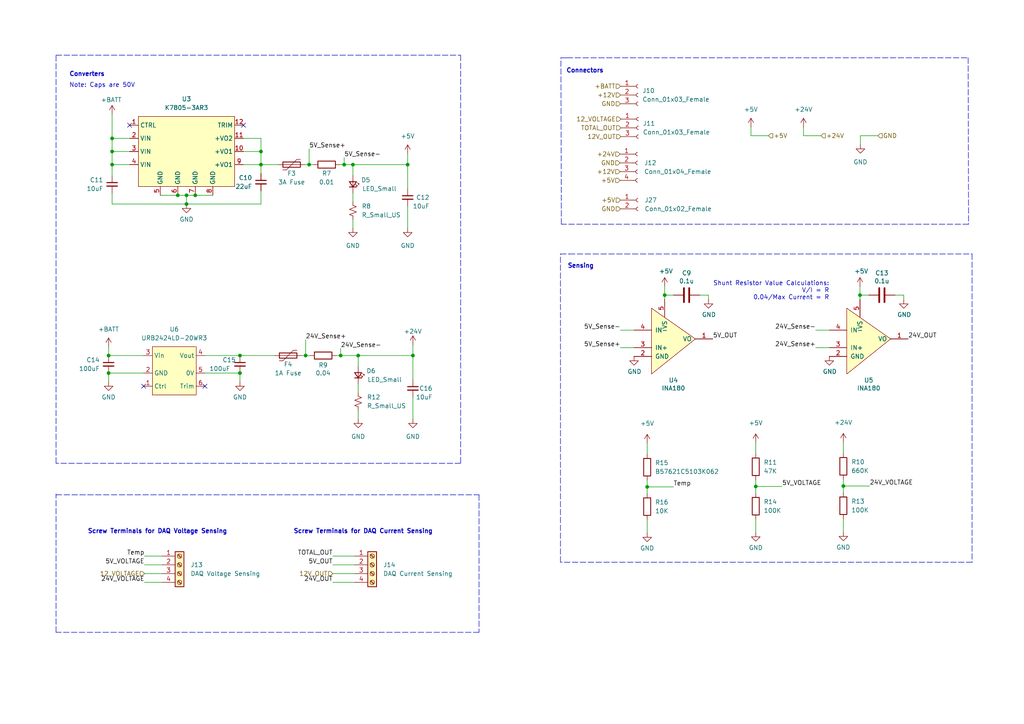
<source format=kicad_sch>
(kicad_sch (version 20211123) (generator eeschema)
  (paper "A4")
  (lib_symbols
    (symbol "AP63203WU_1"
      (property "Reference" "U1" (at 0 8.89 0))
      (property "Value" "K7805-3AR3" (at 0 6.35 0))
      (symbol "AP63203WU_1_0_1"
        (rectangle (start -13.97 3.81) (end 13.97 -16.51) (fill (type background)))
      )
      (symbol "AP63203WU_1_1_1"
        (pin input line (at -16.51 1.27 0) (length 2.54) (name "CTRL") (number "1"))
        (pin output line (at 16.51 -6.35 180) (length 2.54) (name "+VO1") (number "10"))
        (pin passive line (at 16.51 -2.54 180) (length 2.54) (name "+VO2") (number "11"))
        (pin input line (at 16.51 1.27 180) (length 2.54) (name "TRIM") (number "12"))
        (pin power_in line (at -16.51 -2.54 0) (length 2.54) (name "VIN") (number "2"))
        (pin power_in line (at -16.51 -6.35 0) (length 2.54) (name "VIN") (number "3"))
        (pin power_in line (at -16.51 -10.16 0) (length 2.54) (name "VIN") (number "4"))
        (pin power_in line (at -7.62 -19.05 90) (length 2.54) (name "GND") (number "5"))
        (pin power_in line (at -2.54 -19.05 90) (length 2.54) (name "GND") (number "6"))
        (pin power_in line (at 2.54 -19.05 90) (length 2.54) (name "GND") (number "7"))
        (pin power_in line (at 7.62 -19.05 90) (length 2.54) (name "GND") (number "8"))
        (pin output line (at 16.51 -10.16 180) (length 2.54) (name "+VO1") (number "9"))
      )
    )
    (symbol "Connector:Conn_01x02_Female" (pin_names (offset 1.016) hide)
      (property "Reference" "J" (at 0 2.54 0))
      (property "Value" "Conn_01x02_Female" (at 0 -5.08 0))
      (symbol "Conn_01x02_Female_1_1"
        (arc (start 0 -2.032) (mid -0.508 -2.54) (end 0 -3.048) (stroke (width 0.1524)))
        (polyline (pts (xy -1.27 -2.54) (xy -0.508 -2.54)) (stroke (width 0.1524)))
        (polyline (pts (xy -1.27 0) (xy -0.508 0)) (stroke (width 0.1524)))
        (arc (start 0 0.508) (mid -0.508 0) (end 0 -0.508) (stroke (width 0.1524)))
        (pin passive line (at -5.08 0 0) (length 3.81) (name "Pin_1") (number "1"))
        (pin passive line (at -5.08 -2.54 0) (length 3.81) (name "Pin_2") (number "2"))
      )
    )
    (symbol "Connector:Conn_01x03_Female" (pin_names (offset 1.016) hide)
      (property "Reference" "J" (at 0 5.08 0))
      (property "Value" "Conn_01x03_Female" (at 0 -5.08 0))
      (symbol "Conn_01x03_Female_1_1"
        (arc (start 0 -2.032) (mid -0.508 -2.54) (end 0 -3.048) (stroke (width 0.1524)))
        (polyline (pts (xy -1.27 -2.54) (xy -0.508 -2.54)) (stroke (width 0.1524)))
        (polyline (pts (xy -1.27 0) (xy -0.508 0)) (stroke (width 0.1524)))
        (polyline (pts (xy -1.27 2.54) (xy -0.508 2.54)) (stroke (width 0.1524)))
        (arc (start 0 0.508) (mid -0.508 0) (end 0 -0.508) (stroke (width 0.1524)))
        (arc (start 0 3.048) (mid -0.508 2.54) (end 0 2.032) (stroke (width 0.1524)))
        (pin passive line (at -5.08 2.54 0) (length 3.81) (name "Pin_1") (number "1"))
        (pin passive line (at -5.08 0 0) (length 3.81) (name "Pin_2") (number "2"))
        (pin passive line (at -5.08 -2.54 0) (length 3.81) (name "Pin_3") (number "3"))
      )
    )
    (symbol "Connector:Conn_01x04_Female" (pin_names (offset 1.016) hide)
      (property "Reference" "J" (at 0 5.08 0))
      (property "Value" "Conn_01x04_Female" (at 0 -7.62 0))
      (symbol "Conn_01x04_Female_1_1"
        (arc (start 0 -4.572) (mid -0.508 -5.08) (end 0 -5.588) (stroke (width 0.1524)))
        (arc (start 0 -2.032) (mid -0.508 -2.54) (end 0 -3.048) (stroke (width 0.1524)))
        (polyline (pts (xy -1.27 -5.08) (xy -0.508 -5.08)) (stroke (width 0.1524)))
        (polyline (pts (xy -1.27 -2.54) (xy -0.508 -2.54)) (stroke (width 0.1524)))
        (polyline (pts (xy -1.27 0) (xy -0.508 0)) (stroke (width 0.1524)))
        (polyline (pts (xy -1.27 2.54) (xy -0.508 2.54)) (stroke (width 0.1524)))
        (arc (start 0 0.508) (mid -0.508 0) (end 0 -0.508) (stroke (width 0.1524)))
        (arc (start 0 3.048) (mid -0.508 2.54) (end 0 2.032) (stroke (width 0.1524)))
        (pin passive line (at -5.08 2.54 0) (length 3.81) (name "Pin_1") (number "1"))
        (pin passive line (at -5.08 0 0) (length 3.81) (name "Pin_2") (number "2"))
        (pin passive line (at -5.08 -2.54 0) (length 3.81) (name "Pin_3") (number "3"))
        (pin passive line (at -5.08 -5.08 0) (length 3.81) (name "Pin_4") (number "4"))
      )
    )
    (symbol "Connector:Screw_Terminal_01x04" (pin_names (offset 1.016) hide)
      (property "Reference" "J" (at 0 5.08 0))
      (property "Value" "Screw_Terminal_01x04" (at 0 -7.62 0))
      (symbol "Screw_Terminal_01x04_1_1"
        (rectangle (start -1.27 3.81) (end 1.27 -6.35) (stroke (width 0.254)) (fill (type background)))
        (circle (center 0 -5.08) (radius 0.635) (stroke (width 0.1524)))
        (circle (center 0 -2.54) (radius 0.635) (stroke (width 0.1524)))
        (polyline (pts (xy -0.5334 -4.7498) (xy 0.3302 -5.588)) (stroke (width 0.1524)))
        (polyline (pts (xy -0.5334 -2.2098) (xy 0.3302 -3.048)) (stroke (width 0.1524)))
        (polyline (pts (xy -0.5334 0.3302) (xy 0.3302 -0.508)) (stroke (width 0.1524)))
        (polyline (pts (xy -0.5334 2.8702) (xy 0.3302 2.032)) (stroke (width 0.1524)))
        (polyline (pts (xy -0.3556 -4.572) (xy 0.508 -5.4102)) (stroke (width 0.1524)))
        (polyline (pts (xy -0.3556 -2.032) (xy 0.508 -2.8702)) (stroke (width 0.1524)))
        (polyline (pts (xy -0.3556 0.508) (xy 0.508 -0.3302)) (stroke (width 0.1524)))
        (polyline (pts (xy -0.3556 3.048) (xy 0.508 2.2098)) (stroke (width 0.1524)))
        (circle (center 0 0) (radius 0.635) (stroke (width 0.1524)))
        (circle (center 0 2.54) (radius 0.635) (stroke (width 0.1524)))
        (pin passive line (at -5.08 2.54 0) (length 3.81) (name "Pin_1") (number "1"))
        (pin passive line (at -5.08 0 0) (length 3.81) (name "Pin_2") (number "2"))
        (pin passive line (at -5.08 -2.54 0) (length 3.81) (name "Pin_3") (number "3"))
        (pin passive line (at -5.08 -5.08 0) (length 3.81) (name "Pin_4") (number "4"))
      )
    )
    (symbol "Device:C" (pin_numbers hide) (pin_names (offset 0.254))
      (property "Reference" "C" (at 0.635 2.54 0))
      (property "Value" "C" (at 0.635 -2.54 0))
      (symbol "C_0_1"
        (polyline (pts (xy -2.032 -0.762) (xy 2.032 -0.762)) (stroke (width 0.508)))
        (polyline (pts (xy -2.032 0.762) (xy 2.032 0.762)) (stroke (width 0.508)))
      )
      (symbol "C_1_1"
        (pin passive line (at 0 3.81 270) (length 2.794) (name "~") (number "1"))
        (pin passive line (at 0 -3.81 90) (length 2.794) (name "~") (number "2"))
      )
    )
    (symbol "Device:C_Small" (pin_numbers hide) (pin_names (offset 0.254) hide)
      (property "Reference" "C" (at 0.254 1.778 0))
      (property "Value" "C_Small" (at 0.254 -2.032 0))
      (symbol "C_Small_0_1"
        (polyline (pts (xy -1.524 -0.508) (xy 1.524 -0.508)) (stroke (width 0.3302)))
        (polyline (pts (xy -1.524 0.508) (xy 1.524 0.508)) (stroke (width 0.3048)))
      )
      (symbol "C_Small_1_1"
        (pin passive line (at 0 2.54 270) (length 2.032) (name "~") (number "1"))
        (pin passive line (at 0 -2.54 90) (length 2.032) (name "~") (number "2"))
      )
    )
    (symbol "Device:LED_Small" (pin_numbers hide) (pin_names (offset 0.254) hide)
      (property "Reference" "D" (at -1.27 3.175 0))
      (property "Value" "LED_Small" (at -4.445 -2.54 0))
      (symbol "LED_Small_0_1"
        (polyline (pts (xy -0.762 -1.016) (xy -0.762 1.016)) (stroke (width 0.254)))
        (polyline (pts (xy 1.016 0) (xy -0.762 0)))
        (polyline (pts (xy 0.762 -1.016) (xy -0.762 0) (xy 0.762 1.016) (xy 0.762 -1.016)) (stroke (width 0.254)))
        (polyline (pts (xy 0 0.762) (xy -0.508 1.27) (xy -0.254 1.27) (xy -0.508 1.27) (xy -0.508 1.016)))
        (polyline (pts (xy 0.508 1.27) (xy 0 1.778) (xy 0.254 1.778) (xy 0 1.778) (xy 0 1.524)))
      )
      (symbol "LED_Small_1_1"
        (pin passive line (at -2.54 0 0) (length 1.778) (name "K") (number "1"))
        (pin passive line (at 2.54 0 180) (length 1.778) (name "A") (number "2"))
      )
    )
    (symbol "Device:Polyfuse" (pin_numbers hide) (pin_names (offset 0))
      (property "Reference" "F" (at -2.54 0 90))
      (property "Value" "Polyfuse" (at 2.54 0 90))
      (symbol "Polyfuse_0_1"
        (rectangle (start -0.762 2.54) (end 0.762 -2.54) (stroke (width 0.254)))
        (polyline (pts (xy 0 2.54) (xy 0 -2.54)))
        (polyline (pts (xy -1.524 2.54) (xy -1.524 1.524) (xy 1.524 -1.524) (xy 1.524 -2.54)))
      )
      (symbol "Polyfuse_1_1"
        (pin passive line (at 0 3.81 270) (length 1.27) (name "~") (number "1"))
        (pin passive line (at 0 -3.81 90) (length 1.27) (name "~") (number "2"))
      )
    )
    (symbol "Device:R" (pin_numbers hide) (pin_names (offset 0))
      (property "Reference" "R" (at 2.032 0 90))
      (property "Value" "R" (at 0 0 90))
      (symbol "R_0_1"
        (rectangle (start -1.016 -2.54) (end 1.016 2.54) (stroke (width 0.254)))
      )
      (symbol "R_1_1"
        (pin passive line (at 0 3.81 270) (length 1.27) (name "~") (number "1"))
        (pin passive line (at 0 -3.81 90) (length 1.27) (name "~") (number "2"))
      )
    )
    (symbol "Device:R_Small_US" (pin_numbers hide) (pin_names (offset 0.254) hide)
      (property "Reference" "R" (at 0.762 0.508 0))
      (property "Value" "R_Small_US" (at 0.762 -1.016 0))
      (symbol "R_Small_US_1_1"
        (polyline (pts (xy 0 0) (xy 1.016 -0.381) (xy 0 -0.762) (xy -1.016 -1.143) (xy 0 -1.524)))
        (polyline (pts (xy 0 1.524) (xy 1.016 1.143) (xy 0 0.762) (xy -1.016 0.381) (xy 0 0)))
        (pin passive line (at 0 2.54 270) (length 1.016) (name "~") (number "1"))
        (pin passive line (at 0 -2.54 90) (length 1.016) (name "~") (number "2"))
      )
    )
    (symbol "GSP:URB2424LD-30WR3"
      (property "Reference" "U2" (at 0 11.43 0))
      (property "Value" "URB2424LD-20WR3" (at 0 8.89 0))
      (symbol "URB2424LD-30WR3_0_1"
        (rectangle (start -6.35 6.35) (end 6.35 -7.62) (fill (type background)))
      )
      (symbol "URB2424LD-30WR3_1_1"
        (pin power_in line (at -8.89 -5.08 0) (length 2.54) (name "Ctrl") (number "1"))
        (pin power_in line (at -8.89 -1.27 0) (length 2.54) (name "GND") (number "2"))
        (pin power_in line (at -8.89 3.81 0) (length 2.54) (name "Vin") (number "3"))
        (pin power_out line (at 8.89 3.81 180) (length 2.54) (name "Vout") (number "4"))
        (pin power_out line (at 8.89 -1.27 180) (length 2.54) (name "0V") (number "5"))
        (pin power_out line (at 8.89 -5.08 180) (length 2.54) (name "Trim") (number "6"))
      )
    )
    (symbol "canhw:INA180" (pin_names (offset 1.016))
      (property "Reference" "U" (at -5.08 13.97 0))
      (property "Value" "INA180" (at -11.43 15.24 0))
      (symbol "INA180_0_1"
        (polyline (pts (xy 5.08 0) (xy -7.62 8.89)))
        (polyline (pts (xy -7.62 8.89) (xy -7.62 -10.16) (xy 5.08 0)) (fill (type background)))
      )
      (symbol "INA180_1_1"
        (pin output line (at 10.16 0 180) (length 5.08) (name "VO") (number "1"))
        (pin power_in line (at -12.7 -5.08 0) (length 5.08) (name "GND") (number "2"))
        (pin input line (at -12.7 -2.54 0) (length 5.08) (name "IN+") (number "3"))
        (pin input line (at -12.7 2.54 0) (length 5.08) (name "IN-") (number "4"))
        (pin power_in line (at -3.81 11.43 270) (length 5.08) (name "VS") (number "5"))
      )
    )
    (symbol "power:+24V" (power) (pin_names (offset 0))
      (property "Value" "+24V" (at 0 3.556 0))
      (symbol "+24V_0_1"
        (polyline (pts (xy -0.762 1.27) (xy 0 2.54)))
        (polyline (pts (xy 0 0) (xy 0 2.54)))
        (polyline (pts (xy 0 2.54) (xy 0.762 1.27)))
      )
      (symbol "+24V_1_1"
        (pin power_in line (at 0 0 90) (length 0) hide (name "+24V") (number "1"))
      )
    )
    (symbol "power:+5V" (power) (pin_names (offset 0))
      (property "Value" "+5V" (at 0 3.556 0))
      (symbol "+5V_0_1"
        (polyline (pts (xy -0.762 1.27) (xy 0 2.54)))
        (polyline (pts (xy 0 0) (xy 0 2.54)))
        (polyline (pts (xy 0 2.54) (xy 0.762 1.27)))
      )
      (symbol "+5V_1_1"
        (pin power_in line (at 0 0 90) (length 0) hide (name "+5V") (number "1"))
      )
    )
    (symbol "power:+BATT" (power) (pin_names (offset 0))
      (property "Value" "+BATT" (at 0 3.556 0))
      (symbol "+BATT_0_1"
        (polyline (pts (xy -0.762 1.27) (xy 0 2.54)))
        (polyline (pts (xy 0 0) (xy 0 2.54)))
        (polyline (pts (xy 0 2.54) (xy 0.762 1.27)))
      )
      (symbol "+BATT_1_1"
        (pin power_in line (at 0 0 90) (length 0) hide (name "+BATT") (number "1"))
      )
    )
    (symbol "power:GND" (power) (pin_names (offset 0))
      (property "Value" "GND" (at 0 -3.81 0))
      (symbol "GND_0_1"
        (polyline (pts (xy 0 0) (xy 0 -1.27) (xy 1.27 -1.27) (xy 0 -2.54) (xy -1.27 -1.27) (xy 0 -1.27)))
      )
      (symbol "GND_1_1"
        (pin power_in line (at 0 0 270) (length 0) hide (name "GND") (number "1"))
      )
    )
  )
  (junction (at 103.886 103.124))
  (junction (at 99.822 47.752))
  (junction (at 32.512 43.942))
  (junction (at 118.237 47.752))
  (junction (at 54.102 59.182))
  (junction (at 32.512 47.752))
  (junction (at 54.102 56.642))
  (junction (at 31.496 108.204))
  (junction (at 69.596 103.124))
  (junction (at 31.496 103.124))
  (junction (at 219.202 141.097))
  (junction (at 249.428 85.598))
  (junction (at 102.362 47.752))
  (junction (at 192.786 85.598))
  (junction (at 98.806 103.124))
  (junction (at 119.761 103.124))
  (junction (at 56.642 56.642))
  (junction (at 88.646 103.124))
  (junction (at 89.662 47.752))
  (junction (at 75.692 43.942))
  (junction (at 244.602 140.97))
  (junction (at 32.512 40.132))
  (junction (at 75.692 47.752))
  (junction (at 51.562 56.642))
  (junction (at 187.706 141.224))
  (junction (at 69.596 108.204))
  (no_connect (at 59.436 112.014))
  (no_connect (at 37.592 36.322))
  (no_connect (at 41.656 112.014))
  (no_connect (at 70.612 36.322))
  (wire (pts (xy 249.555 39.37) (xy 254.635 39.37)))
  (wire (pts (xy 31.496 108.204) (xy 31.496 110.744)))
  (wire (pts (xy 31.496 108.204) (xy 41.656 108.204)))
  (polyline (pts (xy 133.604 16.002) (xy 133.604 134.366)))
  (wire (pts (xy 32.512 33.147) (xy 32.512 40.132)))
  (wire (pts (xy 54.102 56.642) (xy 56.642 56.642)))
  (polyline (pts (xy 16.256 183.388) (xy 16.256 143.256)))
  (wire (pts (xy 179.959 100.838) (xy 183.896 100.838)))
  (wire (pts (xy 46.482 56.642) (xy 51.562 56.642)))
  (wire (pts (xy 244.602 140.97) (xy 244.602 142.875)))
  (wire (pts (xy 236.601 95.758) (xy 240.538 95.758)))
  (wire (pts (xy 217.805 36.83) (xy 217.805 39.37)))
  (wire (pts (xy 259.588 85.598) (xy 262.128 85.598)))
  (wire (pts (xy 32.512 43.942) (xy 37.592 43.942)))
  (wire (pts (xy 119.761 115.189) (xy 119.761 121.539)))
  (wire (pts (xy 37.592 47.752) (xy 32.512 47.752)))
  (wire (pts (xy 51.562 56.642) (xy 54.102 56.642)))
  (wire (pts (xy 88.646 103.124) (xy 89.916 103.124)))
  (wire (pts (xy 41.91 161.29) (xy 46.99 161.29)))
  (wire (pts (xy 59.436 108.204) (xy 69.596 108.204)))
  (wire (pts (xy 75.692 47.752) (xy 75.692 50.292)))
  (wire (pts (xy 192.786 85.598) (xy 195.326 85.598)))
  (wire (pts (xy 32.512 40.132) (xy 37.592 40.132)))
  (wire (pts (xy 59.436 103.124) (xy 69.596 103.124)))
  (wire (pts (xy 75.692 43.942) (xy 75.692 47.752)))
  (wire (pts (xy 179.959 95.758) (xy 183.896 95.758)))
  (wire (pts (xy 56.642 56.642) (xy 61.722 56.642)))
  (polyline (pts (xy 281.94 73.66) (xy 281.94 163.068)))
  (wire (pts (xy 31.496 103.124) (xy 41.656 103.124)))
  (wire (pts (xy 103.886 103.124) (xy 119.761 103.124)))
  (wire (pts (xy 70.612 40.132) (xy 75.692 40.132)))
  (wire (pts (xy 97.536 103.124) (xy 98.806 103.124)))
  (polyline (pts (xy 162.56 163.068) (xy 162.56 73.66)))
  (polyline (pts (xy 281.94 163.068) (xy 162.56 163.068)))
  (wire (pts (xy 187.706 141.224) (xy 195.326 141.224)))
  (wire (pts (xy 99.822 45.72) (xy 99.822 47.752)))
  (wire (pts (xy 249.428 85.598) (xy 249.428 83.058)))
  (wire (pts (xy 102.362 63.627) (xy 102.362 66.167)))
  (wire (pts (xy 88.646 98.552) (xy 88.646 103.124)))
  (wire (pts (xy 119.761 99.949) (xy 119.761 103.124)))
  (wire (pts (xy 89.662 43.18) (xy 89.662 47.752)))
  (polyline (pts (xy 162.687 16.764) (xy 164.465 16.764)))
  (wire (pts (xy 102.362 47.752) (xy 118.237 47.752)))
  (wire (pts (xy 187.706 128.524) (xy 187.706 131.699)))
  (wire (pts (xy 96.52 163.83) (xy 102.87 163.83)))
  (wire (pts (xy 102.87 166.37) (xy 96.52 166.37)))
  (wire (pts (xy 249.428 86.868) (xy 249.428 85.598)))
  (polyline (pts (xy 16.256 143.51) (xy 138.938 143.51)))
  (wire (pts (xy 119.761 103.124) (xy 119.761 110.109)))
  (wire (pts (xy 98.552 47.752) (xy 99.822 47.752)))
  (wire (pts (xy 219.202 128.397) (xy 219.202 131.572)))
  (wire (pts (xy 32.512 43.942) (xy 32.512 47.752)))
  (wire (pts (xy 192.786 85.598) (xy 192.786 83.058)))
  (wire (pts (xy 32.512 59.182) (xy 54.102 59.182)))
  (wire (pts (xy 96.52 161.29) (xy 102.87 161.29)))
  (wire (pts (xy 249.555 41.91) (xy 249.555 39.37)))
  (wire (pts (xy 118.237 47.752) (xy 118.237 54.737)))
  (wire (pts (xy 75.692 47.752) (xy 80.772 47.752)))
  (wire (pts (xy 102.362 50.927) (xy 102.362 47.752)))
  (wire (pts (xy 69.596 108.204) (xy 69.596 110.744)))
  (polyline (pts (xy 16.256 16.002) (xy 133.604 16.002)))
  (wire (pts (xy 219.202 139.192) (xy 219.202 141.097)))
  (wire (pts (xy 244.602 128.27) (xy 244.602 131.445)))
  (wire (pts (xy 41.91 166.37) (xy 46.99 166.37)))
  (wire (pts (xy 187.706 139.319) (xy 187.706 141.224)))
  (wire (pts (xy 70.612 47.752) (xy 75.692 47.752)))
  (wire (pts (xy 75.692 59.182) (xy 75.692 55.372)))
  (wire (pts (xy 87.376 103.124) (xy 88.646 103.124)))
  (polyline (pts (xy 162.56 73.66) (xy 165.1 73.66)))
  (polyline (pts (xy 16.256 134.366) (xy 16.256 15.748)))
  (wire (pts (xy 236.601 100.838) (xy 240.538 100.838)))
  (wire (pts (xy 98.806 101.092) (xy 98.806 103.124)))
  (wire (pts (xy 219.202 141.097) (xy 219.202 143.002)))
  (polyline (pts (xy 280.797 16.764) (xy 280.924 65.024)))
  (wire (pts (xy 98.806 103.124) (xy 103.886 103.124)))
  (wire (pts (xy 219.202 141.097) (xy 226.822 141.097)))
  (wire (pts (xy 32.512 56.007) (xy 32.512 59.182)))
  (wire (pts (xy 244.602 150.495) (xy 244.602 154.305)))
  (wire (pts (xy 118.237 59.817) (xy 118.237 66.167)))
  (wire (pts (xy 233.045 36.83) (xy 233.045 39.37)))
  (wire (pts (xy 244.602 140.97) (xy 252.222 140.97)))
  (wire (pts (xy 202.946 85.598) (xy 205.486 85.598)))
  (wire (pts (xy 103.886 106.299) (xy 103.886 103.124)))
  (polyline (pts (xy 164.465 16.764) (xy 280.797 16.764)))
  (wire (pts (xy 233.045 39.37) (xy 238.125 39.37)))
  (wire (pts (xy 102.362 56.007) (xy 102.362 58.547)))
  (wire (pts (xy 187.706 150.749) (xy 187.706 154.559)))
  (polyline (pts (xy 138.938 183.388) (xy 16.256 183.388)))
  (wire (pts (xy 32.512 47.752) (xy 32.512 50.927)))
  (polyline (pts (xy 133.604 134.366) (xy 16.256 134.366)))
  (wire (pts (xy 41.91 163.83) (xy 46.99 163.83)))
  (wire (pts (xy 187.706 141.224) (xy 187.706 143.129)))
  (wire (pts (xy 54.102 59.182) (xy 54.102 56.642)))
  (polyline (pts (xy 280.924 65.024) (xy 162.814 65.024)))
  (wire (pts (xy 205.486 85.598) (xy 205.486 86.868)))
  (wire (pts (xy 262.128 85.598) (xy 262.128 86.868)))
  (wire (pts (xy 75.692 40.132) (xy 75.692 43.942)))
  (polyline (pts (xy 165.1 73.66) (xy 281.94 73.66)))
  (wire (pts (xy 217.805 39.37) (xy 222.885 39.37)))
  (wire (pts (xy 103.886 111.379) (xy 103.886 113.919)))
  (wire (pts (xy 103.886 118.999) (xy 103.886 121.539)))
  (wire (pts (xy 192.786 86.868) (xy 192.786 85.598)))
  (wire (pts (xy 41.91 168.91) (xy 46.99 168.91)))
  (wire (pts (xy 244.602 139.065) (xy 244.602 140.97)))
  (wire (pts (xy 96.52 168.91) (xy 102.87 168.91)))
  (polyline (pts (xy 138.938 143.51) (xy 138.938 183.388)))
  (wire (pts (xy 70.612 43.942) (xy 75.692 43.942)))
  (wire (pts (xy 249.428 85.598) (xy 251.968 85.598)))
  (wire (pts (xy 89.662 47.752) (xy 90.932 47.752)))
  (wire (pts (xy 69.596 103.124) (xy 79.756 103.124)))
  (polyline (pts (xy 162.814 65.024) (xy 162.687 16.764)))
  (wire (pts (xy 118.237 44.577) (xy 118.237 47.752)))
  (wire (pts (xy 219.202 150.622) (xy 219.202 154.432)))
  (wire (pts (xy 54.102 59.182) (xy 75.692 59.182)))
  (wire (pts (xy 32.512 40.132) (xy 32.512 43.942)))
  (wire (pts (xy 88.392 47.752) (xy 89.662 47.752)))
  (wire (pts (xy 99.822 47.752) (xy 102.362 47.752)))
  (wire (pts (xy 31.496 100.584) (xy 31.496 103.124)))
  (text "Shunt Resistor Value Calculations:\nV/I = R\n0.04/Max Current = R" (at 240.538 87.122 180) (effects (font (size 1.27 1.27)) (justify right bottom)))
  (text "Converters" (at 20.066 22.352 0) (effects (font (size 1.27 1.27) (thickness 0.254) bold) (justify left bottom)))
  (text "Connectors" (at 164.211 21.336 0) (effects (font (size 1.27 1.27) bold) (justify left bottom)))
  (text "Note: Caps are 50V" (at 20.066 25.527 0) (effects (font (size 1.27 1.27)) (justify left bottom)))
  (text "Sensing" (at 164.592 77.978 0) (effects (font (size 1.27 1.27) (thickness 0.254) bold) (justify left bottom)))
  (text "Screw Terminals for DAQ Voltage Sensing" (at 25.4 154.94 0) (effects (font (size 1.27 1.27) (thickness 0.254) bold) (justify left bottom)))
  (text "Screw Terminals for DAQ Current Sensing" (at 85.09 154.94 0) (effects (font (size 1.27 1.27) (thickness 0.254) bold) (justify left bottom)))
  (label "24V_Sense+" (at 236.601 100.838 180))
  (label "24V_Sense+" (at 88.646 98.552 0))
  (label "5V_Sense-" (at 99.822 45.72 0))
  (label "5V_VOLTAGE" (at 226.822 141.097 0))
  (label "5V_OUT" (at 96.52 163.83 180))
  (label "TOTAL_OUT" (at 96.52 161.29 180))
  (label "24V_VOLTAGE" (at 252.222 140.97 0))
  (label "5V_VOLTAGE" (at 41.91 163.83 180))
  (label "5V_Sense-" (at 179.959 95.758 180))
  (label "24V_VOLTAGE" (at 41.91 168.91 180))
  (label "5V_Sense+" (at 179.959 100.838 180))
  (label "24V_Sense-" (at 98.806 101.092 0))
  (label "24V_Sense-" (at 236.601 95.758 180))
  (label "24V_OUT" (at 96.52 168.91 180))
  (label "5V_Sense+" (at 89.662 43.18 0))
  (label "24V_OUT" (at 263.398 98.298 0))
  (label "Temp" (at 41.91 161.29 180))
  (label "Temp" (at 195.326 141.224 0))
  (label "5V_OUT" (at 206.756 98.298 0))
  (hierarchical_label "GND" (shape input) (at 179.832 47.244 180))
  (hierarchical_label "GND" (shape input) (at 179.959 60.579 180))
  (hierarchical_label "+BATT" (shape input) (at 179.959 25.019 180))
  (hierarchical_label "TOTAL_OUT" (shape input) (at 180.086 37.084 180))
  (hierarchical_label "+12V" (shape input) (at 179.959 27.559 180))
  (hierarchical_label "12_VOLTAGE" (shape input) (at 180.086 34.544 180))
  (hierarchical_label "+24V" (shape input) (at 238.125 39.37 0))
  (hierarchical_label "12_VOLTAGE" (shape input) (at 41.91 166.37 180))
  (hierarchical_label "12V_OUT" (shape input) (at 96.52 166.37 180))
  (hierarchical_label "+24V" (shape input) (at 179.832 44.704 180))
  (hierarchical_label "12V_OUT" (shape input) (at 180.086 39.624 180))
  (hierarchical_label "+5V" (shape input) (at 222.885 39.37 0))
  (hierarchical_label "GND" (shape input) (at 179.959 30.099 180))
  (hierarchical_label "+12V" (shape input) (at 179.832 49.784 180))
  (hierarchical_label "+5V" (shape input) (at 179.832 52.324 180))
  (hierarchical_label "+5V" (shape input) (at 179.959 58.039 180))
  (hierarchical_label "GND" (shape input) (at 254.635 39.37 0))
  (symbol (lib_id "power:GND") (at 103.886 121.539 0) (unit 1)
    (property "Reference" "#PWR049" (effects hide))
    (property "Value" "GND" (at 103.886 126.619 0))
  )
  (symbol (lib_id "power:GND") (at 249.555 41.91 0) (mirror y) (unit 1)
    (property "Reference" "#PWR036" (effects hide))
    (property "Value" "GND" (at 249.555 46.99 0))
  )
  (symbol (lib_id "Device:LED_Small") (at 103.886 108.839 270) (mirror x) (unit 1)
    (property "Reference" "D6" (at 108.966 107.569 90) (effects (justify right)))
    (property "Value" "LED_Small" (at 116.586 110.109 90) (effects (justify right)))
    (property "Footprint" "Diode_SMD:D_0805_2012Metric" (effects hide))
  )
  (symbol (lib_id "Device:R") (at 187.706 135.509 0) (unit 1)
    (property "Reference" "R15" (at 189.992 134.2389 0) (effects (justify left)))
    (property "Value" "B57621C5103K062" (at 189.992 136.7789 0) (effects (justify left)))
    (property "Footprint" "Resistor_SMD:R_1206_3216Metric_Pad1.30x1.75mm_HandSolder" (effects hide))
    (property "Datasheet" "https://www.tdk-electronics.tdk.com/inf/50/db/ntc/NTC_SMD_Standard_series_1206.pdf" (effects hide))
  )
  (symbol (lib_id "Device:R") (at 187.706 146.939 0) (unit 1)
    (property "Reference" "R16" (at 189.992 145.6689 0) (effects (justify left)))
    (property "Value" "10K" (at 189.992 148.2089 0) (effects (justify left)))
    (property "Footprint" "Resistor_SMD:R_0402_1005Metric_Pad0.72x0.64mm_HandSolder" (effects hide))
  )
  (symbol (lib_id "power:GND") (at 102.362 66.167 0) (unit 1)
    (property "Reference" "#PWR038" (effects hide))
    (property "Value" "GND" (at 102.362 71.247 0))
  )
  (symbol (lib_id "power:+5V") (at 187.706 128.524 0) (unit 1)
    (property "Reference" "#PWR053" (effects hide))
    (property "Value" "+5V" (at 187.706 122.809 0))
  )
  (symbol (lib_id "Device:C") (at 199.136 85.598 270) (unit 1)
    (property "Reference" "C9" (at 199.136 79.1972 90))
    (property "Value" "0.1u" (at 199.136 81.5086 90))
    (property "Footprint" "Capacitor_SMD:C_0805_2012Metric_Pad1.18x1.45mm_HandSolder" (effects hide))
  )
  (symbol (lib_id "Device:C_Small") (at 119.761 112.649 0) (mirror y) (unit 1)
    (property "Reference" "C16" (at 125.476 112.649 0) (effects (justify left)))
    (property "Value" "10uF" (at 125.476 115.189 0) (effects (justify left)))
    (property "Footprint" "Capacitor_SMD:C_0603_1608Metric_Pad1.08x0.95mm_HandSolder" (effects hide))
  )
  (symbol (lib_id "power:+5V") (at 217.805 36.83 0) (unit 1)
    (property "Reference" "#PWR034" (effects hide))
    (property "Value" "+5V" (at 217.805 31.75 0))
  )
  (symbol (lib_id "power:GND") (at 240.538 103.378 0) (unit 1)
    (property "Reference" "#PWR042" (effects hide))
    (property "Value" "GND" (at 240.665 107.7722 0))
  )
  (symbol (lib_id "Connector:Conn_01x03_Female") (at 185.039 27.559 0) (unit 1)
    (property "Reference" "J10" (at 186.309 26.2889 0) (effects (justify left)))
    (property "Value" "Conn_01x03_Female" (at 186.309 28.8289 0) (effects (justify left)))
    (property "Footprint" "GSP:TB005-762-03BE" (effects hide))
  )
  (symbol (lib_id "Device:LED_Small") (at 102.362 53.467 270) (mirror x) (unit 1)
    (property "Reference" "D5" (at 107.442 52.197 90) (effects (justify right)))
    (property "Value" "LED_Small" (at 115.062 54.737 90) (effects (justify right)))
    (property "Footprint" "Diode_SMD:D_0805_2012Metric" (effects hide))
  )
  (symbol (lib_id "power:+24V") (at 233.045 36.83 0) (unit 1)
    (property "Reference" "#PWR035" (effects hide))
    (property "Value" "+24V" (at 233.045 31.75 0))
  )
  (symbol (lib_id "Device:C_Small") (at 31.496 105.664 0) (mirror y) (unit 1)
    (property "Reference" "C14" (at 28.956 104.394 0) (effects (justify left)))
    (property "Value" "100uF" (at 28.956 106.934 0) (effects (justify left)))
    (property "Footprint" "Capacitor_SMD:C_1206_3216Metric_Pad1.33x1.80mm_HandSolder" (effects hide))
  )
  (symbol (lib_id "power:+5V") (at 192.786 83.058 0) (unit 1)
    (property "Reference" "#PWR029" (effects hide))
    (property "Value" "+5V" (at 193.167 78.6638 0))
  )
  (symbol (lib_id "Device:Polyfuse") (at 83.566 103.124 90) (unit 1)
    (property "Reference" "F4" (at 83.566 105.664 90))
    (property "Value" "1A Fuse" (at 83.566 108.204 90))
    (property "Footprint" "Fuse:Fuse_1206_3216Metric_Pad1.42x1.75mm_HandSolder" (effects hide))
  )
  (symbol (lib_id "Device:R") (at 219.202 146.812 0) (unit 1)
    (property "Reference" "R14" (at 221.488 145.5419 0) (effects (justify left)))
    (property "Value" "100K" (at 221.488 148.0819 0) (effects (justify left)))
    (property "Footprint" "Resistor_SMD:R_0402_1005Metric_Pad0.72x0.64mm_HandSolder" (effects hide))
  )
  (symbol (lib_id "power:+24V") (at 119.761 99.949 0) (unit 1)
    (property "Reference" "#PWR043" (effects hide))
    (property "Value" "+24V" (at 119.761 96.139 0))
  )
  (symbol (lib_id "power:+5V") (at 249.428 83.058 0) (unit 1)
    (property "Reference" "#PWR040" (effects hide))
    (property "Value" "+5V" (at 249.809 78.6638 0))
  )
  (symbol (lib_id "power:GND") (at 205.486 86.868 0) (unit 1)
    (property "Reference" "#PWR030" (effects hide))
    (property "Value" "GND" (at 205.613 91.2622 0))
  )
  (symbol (lib_id "power:GND") (at 31.496 110.744 0) (unit 1)
    (property "Reference" "#PWR047" (effects hide))
    (property "Value" "GND" (at 31.496 115.189 0))
  )
  (symbol (lib_id "Device:C_Small") (at 32.512 53.467 0) (mirror y) (unit 1)
    (property "Reference" "C11" (at 29.972 52.197 0) (effects (justify left)))
    (property "Value" "10uF" (at 29.972 54.737 0) (effects (justify left)))
    (property "Footprint" "Capacitor_SMD:C_0603_1608Metric_Pad1.08x0.95mm_HandSolder" (effects hide))
  )
  (symbol (lib_id "power:GND") (at 244.602 154.305 0) (unit 1)
    (property "Reference" "#PWR051" (effects hide))
    (property "Value" "GND" (at 244.602 158.75 0))
  )
  (symbol (lib_id "Device:C_Small") (at 118.237 57.277 0) (mirror y) (unit 1)
    (property "Reference" "C12" (at 124.587 57.277 0) (effects (justify left)))
    (property "Value" "10uF" (at 124.587 59.817 0) (effects (justify left)))
    (property "Footprint" "Capacitor_SMD:C_0603_1608Metric_Pad1.08x0.95mm_HandSolder" (effects hide))
  )
  (symbol (lib_id "power:+BATT") (at 31.496 100.584 0) (unit 1)
    (property "Reference" "#PWR044" (effects hide))
    (property "Value" "+BATT" (at 31.496 95.504 0))
  )
  (symbol (lib_id "Device:R") (at 93.726 103.124 270) (unit 1)
    (property "Reference" "R9" (at 93.726 105.8926 90))
    (property "Value" "0.04" (at 93.726 108.204 90))
    (property "Footprint" "Resistor_SMD:R_1206_3216Metric_Pad1.30x1.75mm_HandSolder" (effects hide))
  )
  (symbol (lib_id "canhw:INA180") (at 196.596 98.298 0) (unit 1)
    (property "Reference" "U4" (at 195.326 110.2868 0))
    (property "Value" "INA180" (at 195.326 112.5982 0))
    (property "Footprint" "Package_TO_SOT_SMD:SOT-23-5_HandSoldering" (effects hide))
  )
  (symbol (lib_id "power:GND") (at 118.237 66.167 0) (mirror y) (unit 1)
    (property "Reference" "#PWR039" (effects hide))
    (property "Value" "GND" (at 118.237 71.247 0))
  )
  (symbol (lib_name "AP63203WU_1") (lib_id "Regulator_Switching:AP63203WU") (at 54.102 37.592 0) (unit 1)
    (property "Reference" "U3" (at 54.102 28.702 0))
    (property "Value" "K7805-3AR3" (at 54.102 31.242 0))
    (property "Footprint" "GSP:K7805-3AR3" (effects hide))
    (property "Datasheet" "https://www.mornsun-power.com/html/pdf/K7803-3AR3.html" (effects hide))
  )
  (symbol (lib_id "GSP:URB2424LD-30WR3") (at 50.546 106.934 0) (unit 1)
    (property "Reference" "U6" (at 50.546 95.504 0))
    (property "Value" "URB2424LD-20WR3" (at 50.546 98.044 0))
    (property "Footprint" "GSP:URB2424LD-20WR3" (effects hide))
    (property "Datasheet" "https://www.mornsun-power.com/html/pdf/URB2424LD-20WR3.html" (effects hide))
  )
  (symbol (lib_id "canhw:INA180") (at 253.238 98.298 0) (unit 1)
    (property "Reference" "U5" (at 251.968 110.2868 0))
    (property "Value" "INA180" (at 251.968 112.5982 0))
    (property "Footprint" "Package_TO_SOT_SMD:SOT-23-5_HandSoldering" (effects hide))
  )
  (symbol (lib_id "power:GND") (at 183.896 103.378 0) (unit 1)
    (property "Reference" "#PWR033" (effects hide))
    (property "Value" "GND" (at 184.023 107.7722 0))
  )
  (symbol (lib_id "power:GND") (at 69.596 110.744 0) (unit 1)
    (property "Reference" "#PWR048" (effects hide))
    (property "Value" "GND" (at 69.596 115.189 0))
  )
  (symbol (lib_id "Connector:Conn_01x04_Female") (at 184.912 47.244 0) (unit 1)
    (property "Reference" "J12" (at 186.817 47.2439 0) (effects (justify left)))
    (property "Value" "Conn_01x04_Female" (at 186.817 49.7839 0) (effects (justify left)))
    (property "Footprint" "GSP:EB21A-04-D" (effects hide))
  )
  (symbol (lib_id "Device:R") (at 244.602 135.255 0) (unit 1)
    (property "Reference" "R10" (at 246.888 133.9849 0) (effects (justify left)))
    (property "Value" "660K" (at 246.888 136.5249 0) (effects (justify left)))
    (property "Footprint" "Resistor_SMD:R_0603_1608Metric_Pad0.98x0.95mm_HandSolder" (effects hide))
  )
  (symbol (lib_id "Device:C_Small") (at 75.692 52.832 0) (mirror y) (unit 1)
    (property "Reference" "C10" (at 73.152 51.562 0) (effects (justify left)))
    (property "Value" "22uF" (at 73.152 54.102 0) (effects (justify left)))
    (property "Footprint" "Capacitor_SMD:C_0603_1608Metric_Pad1.08x0.95mm_HandSolder" (effects hide))
  )
  (symbol (lib_id "Connector:Screw_Terminal_01x04") (at 52.07 163.83 0) (unit 1)
    (property "Reference" "J13" (at 55.245 163.8299 0) (effects (justify left)))
    (property "Value" "DAQ Voltage Sensing" (at 55.245 166.3699 0) (effects (justify left)))
    (property "Footprint" "GSP:EB21A-04-D" (effects hide))
  )
  (symbol (lib_id "Device:C_Small") (at 69.596 105.664 0) (unit 1)
    (property "Reference" "C15" (at 64.516 104.394 0) (effects (justify left)))
    (property "Value" "100uF" (at 60.706 106.934 0) (effects (justify left)))
    (property "Footprint" "Capacitor_SMD:C_1206_3216Metric_Pad1.33x1.80mm_HandSolder" (effects hide))
  )
  (symbol (lib_id "power:GND") (at 219.202 154.432 0) (unit 1)
    (property "Reference" "#PWR052" (effects hide))
    (property "Value" "GND" (at 219.202 158.877 0))
  )
  (symbol (lib_id "Device:R") (at 244.602 146.685 0) (unit 1)
    (property "Reference" "R13" (at 246.888 145.4149 0) (effects (justify left)))
    (property "Value" "100K" (at 246.888 147.9549 0) (effects (justify left)))
    (property "Footprint" "Resistor_SMD:R_0402_1005Metric_Pad0.72x0.64mm_HandSolder" (effects hide))
  )
  (symbol (lib_id "power:GND") (at 187.706 154.559 0) (unit 1)
    (property "Reference" "#PWR068" (effects hide))
    (property "Value" "GND" (at 187.706 159.004 0))
  )
  (symbol (lib_id "power:GND") (at 119.761 121.539 0) (mirror y) (unit 1)
    (property "Reference" "#PWR050" (effects hide))
    (property "Value" "GND" (at 119.761 126.619 0))
  )
  (symbol (lib_id "power:+5V") (at 118.237 44.577 0) (unit 1)
    (property "Reference" "#PWR032" (effects hide))
    (property "Value" "+5V" (at 118.237 39.497 0))
  )
  (symbol (lib_id "Device:C") (at 255.778 85.598 270) (unit 1)
    (property "Reference" "C13" (at 255.778 79.1972 90))
    (property "Value" "0.1u" (at 255.778 81.5086 90))
    (property "Footprint" "Capacitor_SMD:C_0805_2012Metric_Pad1.18x1.45mm_HandSolder" (effects hide))
  )
  (symbol (lib_id "Device:R_Small_US") (at 103.886 116.459 180) (unit 1)
    (property "Reference" "R12" (at 106.426 115.1889 0) (effects (justify right)))
    (property "Value" "R_Small_US" (at 106.426 117.7289 0) (effects (justify right)))
    (property "Footprint" "Resistor_SMD:R_1206_3216Metric_Pad1.30x1.75mm_HandSolder" (effects hide))
  )
  (symbol (lib_id "Device:R_Small_US") (at 102.362 61.087 180) (unit 1)
    (property "Reference" "R8" (at 104.902 59.8169 0) (effects (justify right)))
    (property "Value" "R_Small_US" (at 104.902 62.3569 0) (effects (justify right)))
    (property "Footprint" "Resistor_SMD:R_1206_3216Metric_Pad1.30x1.75mm_HandSolder" (effects hide))
  )
  (symbol (lib_id "Device:R") (at 94.742 47.752 90) (unit 1)
    (property "Reference" "R7" (at 94.742 50.292 90))
    (property "Value" "0.01" (at 94.742 52.832 90))
    (property "Footprint" "Resistor_SMD:R_1206_3216Metric_Pad1.30x1.75mm_HandSolder" (effects hide))
  )
  (symbol (lib_id "power:+24V") (at 244.602 128.27 0) (unit 1)
    (property "Reference" "#PWR045" (effects hide))
    (property "Value" "+24V" (at 244.602 122.555 0))
  )
  (symbol (lib_id "Device:Polyfuse") (at 84.582 47.752 90) (unit 1)
    (property "Reference" "F3" (at 84.582 50.292 90))
    (property "Value" "3A Fuse" (at 84.582 52.832 90))
    (property "Footprint" "Fuse:Fuse_1206_3216Metric_Pad1.42x1.75mm_HandSolder" (effects hide))
  )
  (symbol (lib_id "power:GND") (at 54.102 59.182 0) (unit 1)
    (property "Reference" "#PWR037" (effects hide))
    (property "Value" "GND" (at 54.102 63.627 0))
  )
  (symbol (lib_id "Device:R") (at 219.202 135.382 0) (unit 1)
    (property "Reference" "R11" (at 221.488 134.1119 0) (effects (justify left)))
    (property "Value" "47K" (at 221.488 136.6519 0) (effects (justify left)))
    (property "Footprint" "Resistor_SMD:R_0603_1608Metric_Pad0.98x0.95mm_HandSolder" (effects hide))
  )
  (symbol (lib_id "Connector:Screw_Terminal_01x04") (at 107.95 163.83 0) (unit 1)
    (property "Reference" "J14" (at 111.125 163.8299 0) (effects (justify left)))
    (property "Value" "DAQ Current Sensing" (at 111.125 166.3699 0) (effects (justify left)))
    (property "Footprint" "GSP:EB21A-04-D" (effects hide))
  )
  (symbol (lib_id "Connector:Conn_01x02_Female") (at 185.039 58.039 0) (unit 1)
    (property "Reference" "J27" (at 186.944 58.0389 0) (effects (justify left)))
    (property "Value" "Conn_01x02_Female" (at 186.944 60.5789 0) (effects (justify left)))
    (property "Footprint" "GSP:OSTTA020161" (effects hide))
  )
  (symbol (lib_id "power:+5V") (at 219.202 128.397 0) (unit 1)
    (property "Reference" "#PWR046" (effects hide))
    (property "Value" "+5V" (at 219.202 122.682 0))
  )
  (symbol (lib_id "power:GND") (at 262.128 86.868 0) (unit 1)
    (property "Reference" "#PWR041" (effects hide))
    (property "Value" "GND" (at 262.255 91.2622 0))
  )
  (symbol (lib_id "power:+BATT") (at 32.512 33.147 0) (unit 1)
    (property "Reference" "#PWR031" (effects hide))
    (property "Value" "+BATT" (at 32.258 28.956 0))
  )
  (symbol (lib_id "Connector:Conn_01x03_Female") (at 185.166 37.084 0) (unit 1)
    (property "Reference" "J11" (at 186.436 35.8139 0) (effects (justify left)))
    (property "Value" "Conn_01x03_Female" (at 186.436 38.3539 0) (effects (justify left)))
    (property "Footprint" "GSP:TB005-762-03BE" (effects hide))
  )
)
</source>
